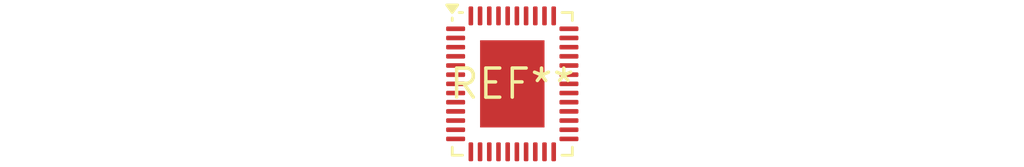
<source format=kicad_pcb>
(kicad_pcb (version 20240108) (generator pcbnew)
  (layers (0 "F.Cu" signal) (31 "B.Cu" signal) (34 "B.Paste" user) (35 "F.Paste" user) (36 "B.SilkS" user "B.Silkscreen") (37 "F.SilkS" user "F.Silkscreen") (38 "B.Mask" user) (39 "F.Mask" user) (44 "Edge.Cuts" user))
  (net 0 "")
  (footprint "VQFN-46-1EP_5x6mm_P0.4mm_EP2.8x3.8mm" (layer "F.Cu") (at 0 0)
    (property "Reference" "REF**")
    (property "Value" "VQFN-46-1EP_5x6mm_P0.4mm_EP2.8x3.8mm")
    (fp_line (start -2.61 -2.76) (end -2.61 -2.87) (layer "F.SilkS") (stroke (width 0.12)))
    (fp_line (start -2.61 3.11) (end -2.61 2.76) (layer "F.SilkS") (stroke (width 0.12)))
    (fp_line (start -2.16 -3.11) (end -2.31 -3.11) (layer "F.SilkS") (stroke (width 0.12)))
    (fp_line (start -2.16 3.11) (end -2.61 3.11) (layer "F.SilkS") (stroke (width 0.12)))
    (fp_line (start 2.16 -3.11) (end 2.61 -3.11) (layer "F.SilkS") (stroke (width 0.12)))
    (fp_line (start 2.16 3.11) (end 2.61 3.11) (layer "F.SilkS") (stroke (width 0.12)))
    (fp_line (start 2.61 -3.11) (end 2.61 -2.76) (layer "F.SilkS") (stroke (width 0.12)))
    (fp_line (start 2.61 3.11) (end 2.61 2.76) (layer "F.SilkS") (stroke (width 0.12)))
    (fp_poly (pts (xy -2.61 -3.11) (xy -2.85 -3.44) (xy -2.37 -3.44) (xy -2.61 -3.11)) (layer "F.SilkS") (stroke (width 0.12)) (fill solid))
    (pad "1" smd roundrect (at -2.4625 -2.4) (size 0.825 0.2) (layers "F.Cu" "F.Paste" "F.Mask"))
    (pad "2" smd roundrect (at -2.4625 -2) (size 0.825 0.2) (layers "F.Cu" "F.Paste" "F.Mask"))
    (pad "3" smd roundrect (at -2.4625 -1.6) (size 0.825 0.2) (layers "F.Cu" "F.Paste" "F.Mask"))
    (pad "4" smd roundrect (at -2.4625 -1.2) (size 0.825 0.2) (layers "F.Cu" "F.Paste" "F.Mask"))
    (pad "5" smd roundrect (at -2.4625 -0.8) (size 0.825 0.2) (layers "F.Cu" "F.Paste" "F.Mask"))
    (pad "6" smd roundrect (at -2.4625 -0.4) (size 0.825 0.2) (layers "F.Cu" "F.Paste" "F.Mask"))
    (pad "7" smd roundrect (at -2.4625 0) (size 0.825 0.2) (layers "F.Cu" "F.Paste" "F.Mask"))
    (pad "8" smd roundrect (at -2.4625 0.4) (size 0.825 0.2) (layers "F.Cu" "F.Paste" "F.Mask"))
    (pad "9" smd roundrect (at -2.4625 0.8) (size 0.825 0.2) (layers "F.Cu" "F.Paste" "F.Mask"))
    (pad "10" smd roundrect (at -2.4625 1.2) (size 0.825 0.2) (layers "F.Cu" "F.Paste" "F.Mask"))
    (pad "11" smd roundrect (at -2.4625 1.6) (size 0.825 0.2) (layers "F.Cu" "F.Paste" "F.Mask"))
    (pad "12" smd roundrect (at -2.4625 2) (size 0.825 0.2) (layers "F.Cu" "F.Paste" "F.Mask"))
    (pad "13" smd roundrect (at -2.4625 2.4) (size 0.825 0.2) (layers "F.Cu" "F.Paste" "F.Mask"))
    (pad "14" smd roundrect (at -1.8 2.9625) (size 0.2 0.825) (layers "F.Cu" "F.Paste" "F.Mask"))
    (pad "15" smd roundrect (at -1.4 2.9625) (size 0.2 0.825) (layers "F.Cu" "F.Paste" "F.Mask"))
    (pad "16" smd roundrect (at -1 2.9625) (size 0.2 0.825) (layers "F.Cu" "F.Paste" "F.Mask"))
    (pad "17" smd roundrect (at -0.6 2.9625) (size 0.2 0.825) (layers "F.Cu" "F.Paste" "F.Mask"))
    (pad "18" smd roundrect (at -0.2 2.9625) (size 0.2 0.825) (layers "F.Cu" "F.Paste" "F.Mask"))
    (pad "19" smd roundrect (at 0.2 2.9625) (size 0.2 0.825) (layers "F.Cu" "F.Paste" "F.Mask"))
    (pad "20" smd roundrect (at 0.6 2.9625) (size 0.2 0.825) (layers "F.Cu" "F.Paste" "F.Mask"))
    (pad "21" smd roundrect (at 1 2.9625) (size 0.2 0.825) (layers "F.Cu" "F.Paste" "F.Mask"))
    (pad "22" smd roundrect (at 1.4 2.9625) (size 0.2 0.825) (layers "F.Cu" "F.Paste" "F.Mask"))
    (pad "23" smd roundrect (at 1.8 2.9625) (size 0.2 0.825) (layers "F.Cu" "F.Paste" "F.Mask"))
    (pad "24" smd roundrect (at 2.4625 2.4) (size 0.825 0.2) (layers "F.Cu" "F.Paste" "F.Mask"))
    (pad "25" smd roundrect (at 2.4625 2) (size 0.825 0.2) (layers "F.Cu" "F.Paste" "F.Mask"))
    (pad "26" smd roundrect (at 2.4625 1.6) (size 0.825 0.2) (layers "F.Cu" "F.Paste" "F.Mask"))
    (pad "27" smd roundrect (at 2.4625 1.2) (size 0.825 0.2) (layers "F.Cu" "F.Paste" "F.Mask"))
    (pad "28" smd roundrect (at 2.4625 0.8) (size 0.825 0.2) (layers "F.Cu" "F.Paste" "F.Mask"))
    (pad "29" smd roundrect (at 2.4625 0.4) (size 0.825 0.2) (layers "F.Cu" "F.Paste" "F.Mask"))
    (pad "30" smd roundrect (at 2.4625 0) (size 0.825 0.2) (layers "F.Cu" "F.Paste" "F.Mask"))
    (pad "31" smd roundrect (at 2.4625 -0.4) (size 0.825 0.2) (layers "F.Cu" "F.Paste" "F.Mask"))
    (pad "32" smd roundrect (at 2.4625 -0.8) (size 0.825 0.2) (layers "F.Cu" "F.Paste" "F.Mask"))
    (pad "33" smd roundrect (at 2.4625 -1.2) (size 0.825 0.2) (layers "F.Cu" "F.Paste" "F.Mask"))
    (pad "34" smd roundrect (at 2.4625 -1.6) (size 0.825 0.2) (layers "F.Cu" "F.Paste" "F.Mask"))
    (pad "35" smd roundrect (at 2.4625 -2) (size 0.825 0.2) (layers "F.Cu" "F.Paste" "F.Mask"))
    (pad "36" smd roundrect (at 2.4625 -2.4) (size 0.825 0.2) (layers "F.Cu" "F.Paste" "F.Mask"))
    (pad "37" smd roundrect (at 1.8 -2.9625) (size 0.2 0.825) (layers "F.Cu" "F.Paste" "F.Mask"))
    (pad "38" smd roundrect (at 1.4 -2.9625) (size 0.2 0.825) (layers "F.Cu" "F.Paste" "F.Mask"))
    (pad "39" smd roundrect (at 1 -2.9625) (size 0.2 0.825) (layers "F.Cu" "F.Paste" "F.Mask"))
    (pad "40" smd roundrect (at 0.6 -2.9625) (size 0.2 0.825) (layers "F.Cu" "F.Paste" "F.Mask"))
    (pad "41" smd roundrect (at 0.2 -2.9625) (size 0.2 0.825) (layers "F.Cu" "F.Paste" "F.Mask"))
    (pad "42" smd roundrect (at -0.2 -2.9625) (size 0.2 0.825) (layers "F.Cu" "F.Paste" "F.Mask"))
    (pad "43" smd roundrect (at -0.6 -2.9625) (size 0.2 0.825) (layers "F.Cu" "F.Paste" "F.Mask"))
    (pad "44" smd roundrect (at -1 -2.9625) (size 0.2 0.825) (layers "F.Cu" "F.Paste" "F.Mask"))
    (pad "45" smd roundrect (at -1.4 -2.9625) (size 0.2 0.825) (layers "F.Cu" "F.Paste" "F.Mask"))
    (pad "46" smd roundrect (at -1.8 -2.9625) (size 0.2 0.825) (layers "F.Cu" "F.Paste" "F.Mask"))
    (pad "47" smd rect (at 0 0) (size 2.8 3.8) (property pad_prop_heatsink) (layers "F.Cu" "F.Mask"))
  )
)
</source>
